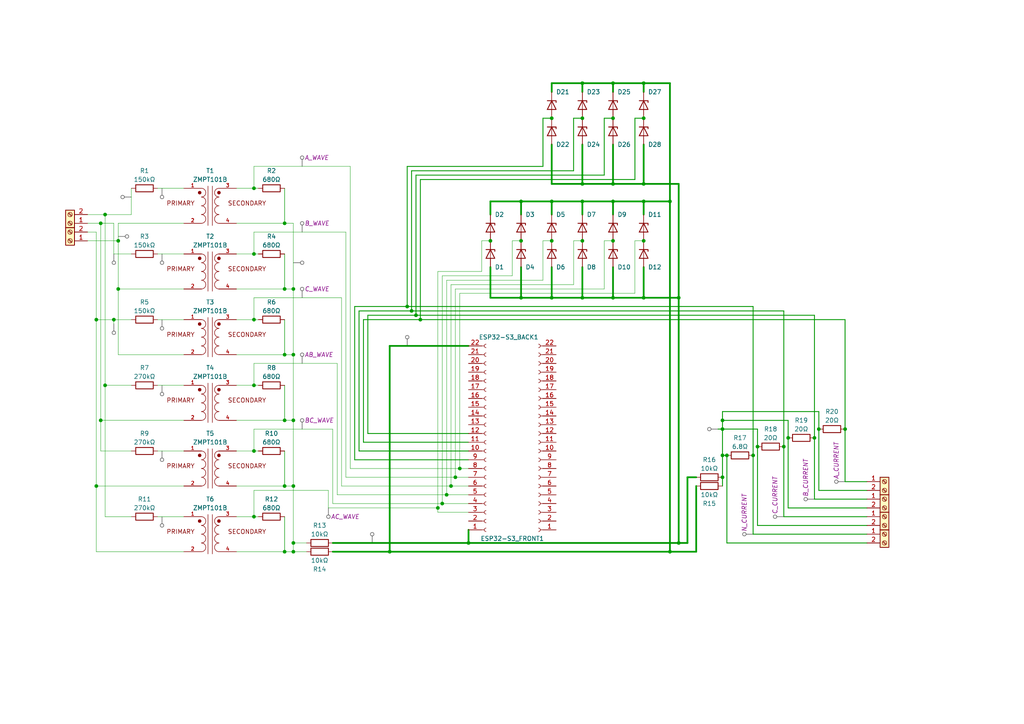
<source format=kicad_sch>
(kicad_sch (version 20230121) (generator eeschema)
  (paper "A4")
  (lib_symbols
    (symbol "Connector:Conn_01x22_Socket" (pin_names (offset 1.016) hide)
      (property "Reference" "J" (at 0 27.94 0))
      (property "Value" "Conn_01x22_Socket" (at 0 -30.48 0))
      (symbol "Conn_01x22_Socket_1_1"
        (arc (start 0 -27.432) (mid -0.5058 -27.94) (end 0 -28.448) (stroke (width 0.1524)))
        (arc (start 0 -24.892) (mid -0.5058 -25.4) (end 0 -25.908) (stroke (width 0.1524)))
        (arc (start 0 -22.352) (mid -0.5058 -22.86) (end 0 -23.368) (stroke (width 0.1524)))
        (arc (start 0 -19.812) (mid -0.5058 -20.32) (end 0 -20.828) (stroke (width 0.1524)))
        (arc (start 0 -17.272) (mid -0.5058 -17.78) (end 0 -18.288) (stroke (width 0.1524)))
        (arc (start 0 -14.732) (mid -0.5058 -15.24) (end 0 -15.748) (stroke (width 0.1524)))
        (arc (start 0 -12.192) (mid -0.5058 -12.7) (end 0 -13.208) (stroke (width 0.1524)))
        (arc (start 0 -9.652) (mid -0.5058 -10.16) (end 0 -10.668) (stroke (width 0.1524)))
        (arc (start 0 -7.112) (mid -0.5058 -7.62) (end 0 -8.128) (stroke (width 0.1524)))
        (arc (start 0 -4.572) (mid -0.5058 -5.08) (end 0 -5.588) (stroke (width 0.1524)))
        (arc (start 0 -2.032) (mid -0.5058 -2.54) (end 0 -3.048) (stroke (width 0.1524)))
        (polyline (pts (xy -1.27 -27.94) (xy -0.508 -27.94)) (stroke (width 0.1524)))
        (polyline (pts (xy -1.27 -25.4) (xy -0.508 -25.4)) (stroke (width 0.1524)))
        (polyline (pts (xy -1.27 -22.86) (xy -0.508 -22.86)) (stroke (width 0.1524)))
        (polyline (pts (xy -1.27 -20.32) (xy -0.508 -20.32)) (stroke (width 0.1524)))
        (polyline (pts (xy -1.27 -17.78) (xy -0.508 -17.78)) (stroke (width 0.1524)))
        (polyline (pts (xy -1.27 -15.24) (xy -0.508 -15.24)) (stroke (width 0.1524)))
        (polyline (pts (xy -1.27 -12.7) (xy -0.508 -12.7)) (stroke (width 0.1524)))
        (polyline (pts (xy -1.27 -10.16) (xy -0.508 -10.16)) (stroke (width 0.1524)))
        (polyline (pts (xy -1.27 -7.62) (xy -0.508 -7.62)) (stroke (width 0.1524)))
        (polyline (pts (xy -1.27 -5.08) (xy -0.508 -5.08)) (stroke (width 0.1524)))
        (polyline (pts (xy -1.27 -2.54) (xy -0.508 -2.54)) (stroke (width 0.1524)))
        (polyline (pts (xy -1.27 0) (xy -0.508 0)) (stroke (width 0.1524)))
        (polyline (pts (xy -1.27 2.54) (xy -0.508 2.54)) (stroke (width 0.1524)))
        (polyline (pts (xy -1.27 5.08) (xy -0.508 5.08)) (stroke (width 0.1524)))
        (polyline (pts (xy -1.27 7.62) (xy -0.508 7.62)) (stroke (width 0.1524)))
        (polyline (pts (xy -1.27 10.16) (xy -0.508 10.16)) (stroke (width 0.1524)))
        (polyline (pts (xy -1.27 12.7) (xy -0.508 12.7)) (stroke (width 0.1524)))
        (polyline (pts (xy -1.27 15.24) (xy -0.508 15.24)) (stroke (width 0.1524)))
        (polyline (pts (xy -1.27 17.78) (xy -0.508 17.78)) (stroke (width 0.1524)))
        (polyline (pts (xy -1.27 20.32) (xy -0.508 20.32)) (stroke (width 0.1524)))
        (polyline (pts (xy -1.27 22.86) (xy -0.508 22.86)) (stroke (width 0.1524)))
        (polyline (pts (xy -1.27 25.4) (xy -0.508 25.4)) (stroke (width 0.1524)))
        (arc (start 0 0.508) (mid -0.5058 0) (end 0 -0.508) (stroke (width 0.1524)))
        (arc (start 0 3.048) (mid -0.5058 2.54) (end 0 2.032) (stroke (width 0.1524)))
        (arc (start 0 5.588) (mid -0.5058 5.08) (end 0 4.572) (stroke (width 0.1524)))
        (arc (start 0 8.128) (mid -0.5058 7.62) (end 0 7.112) (stroke (width 0.1524)))
        (arc (start 0 10.668) (mid -0.5058 10.16) (end 0 9.652) (stroke (width 0.1524)))
        (arc (start 0 13.208) (mid -0.5058 12.7) (end 0 12.192) (stroke (width 0.1524)))
        (arc (start 0 15.748) (mid -0.5058 15.24) (end 0 14.732) (stroke (width 0.1524)))
        (arc (start 0 18.288) (mid -0.5058 17.78) (end 0 17.272) (stroke (width 0.1524)))
        (arc (start 0 20.828) (mid -0.5058 20.32) (end 0 19.812) (stroke (width 0.1524)))
        (arc (start 0 23.368) (mid -0.5058 22.86) (end 0 22.352) (stroke (width 0.1524)))
        (arc (start 0 25.908) (mid -0.5058 25.4) (end 0 24.892) (stroke (width 0.1524)))
        (pin passive line (at -5.08 25.4 0) (length 3.81) (name "Pin_1") (number "1"))
        (pin passive line (at -5.08 2.54 0) (length 3.81) (name "Pin_10") (number "10"))
        (pin passive line (at -5.08 0 0) (length 3.81) (name "Pin_11") (number "11"))
        (pin passive line (at -5.08 -2.54 0) (length 3.81) (name "Pin_12") (number "12"))
        (pin passive line (at -5.08 -5.08 0) (length 3.81) (name "Pin_13") (number "13"))
        (pin passive line (at -5.08 -7.62 0) (length 3.81) (name "Pin_14") (number "14"))
        (pin passive line (at -5.08 -10.16 0) (length 3.81) (name "Pin_15") (number "15"))
        (pin passive line (at -5.08 -12.7 0) (length 3.81) (name "Pin_16") (number "16"))
        (pin passive line (at -5.08 -15.24 0) (length 3.81) (name "Pin_17") (number "17"))
        (pin passive line (at -5.08 -17.78 0) (length 3.81) (name "Pin_18") (number "18"))
        (pin passive line (at -5.08 -20.32 0) (length 3.81) (name "Pin_19") (number "19"))
        (pin passive line (at -5.08 22.86 0) (length 3.81) (name "Pin_2") (number "2"))
        (pin passive line (at -5.08 -22.86 0) (length 3.81) (name "Pin_20") (number "20"))
        (pin passive line (at -5.08 -25.4 0) (length 3.81) (name "Pin_21") (number "21"))
        (pin passive line (at -5.08 -27.94 0) (length 3.81) (name "Pin_22") (number "22"))
        (pin passive line (at -5.08 20.32 0) (length 3.81) (name "Pin_3") (number "3"))
        (pin passive line (at -5.08 17.78 0) (length 3.81) (name "Pin_4") (number "4"))
        (pin passive line (at -5.08 15.24 0) (length 3.81) (name "Pin_5") (number "5"))
        (pin passive line (at -5.08 12.7 0) (length 3.81) (name "Pin_6") (number "6"))
        (pin passive line (at -5.08 10.16 0) (length 3.81) (name "Pin_7") (number "7"))
        (pin passive line (at -5.08 7.62 0) (length 3.81) (name "Pin_8") (number "8"))
        (pin passive line (at -5.08 5.08 0) (length 3.81) (name "Pin_9") (number "9"))
      )
    )
    (symbol "Connector:Screw_Terminal_01x02" (pin_names (offset 1.016) hide)
      (property "Reference" "J" (at 0 2.54 0))
      (property "Value" "Screw_Terminal_01x02" (at 0 -5.08 0))
      (symbol "Screw_Terminal_01x02_1_1"
        (rectangle (start -1.27 1.27) (end 1.27 -3.81) (stroke (width 0.254)) (fill (type background)))
        (circle (center 0 -2.54) (radius 0.635) (stroke (width 0.1524)))
        (polyline (pts (xy -0.5334 -2.2098) (xy 0.3302 -3.048)) (stroke (width 0.1524)))
        (polyline (pts (xy -0.5334 0.3302) (xy 0.3302 -0.508)) (stroke (width 0.1524)))
        (polyline (pts (xy -0.3556 -2.032) (xy 0.508 -2.8702)) (stroke (width 0.1524)))
        (polyline (pts (xy -0.3556 0.508) (xy 0.508 -0.3302)) (stroke (width 0.1524)))
        (circle (center 0 0) (radius 0.635) (stroke (width 0.1524)))
        (pin passive line (at -5.08 0 0) (length 3.81) (name "Pin_1") (number "1"))
        (pin passive line (at -5.08 -2.54 0) (length 3.81) (name "Pin_2") (number "2"))
      )
    )
    (symbol "Device:D_Zener" (pin_numbers hide) (pin_names (offset 1.016) hide)
      (property "Reference" "D" (at 0 2.54 0))
      (property "Value" "D_Zener" (at 0 -2.54 0))
      (symbol "D_Zener_0_1"
        (polyline (pts (xy 1.27 0) (xy -1.27 0)))
        (polyline (pts (xy -1.27 -1.27) (xy -1.27 1.27) (xy -0.762 1.27)) (stroke (width 0.254)))
        (polyline (pts (xy 1.27 -1.27) (xy 1.27 1.27) (xy -1.27 0) (xy 1.27 -1.27)) (stroke (width 0.254)))
      )
      (symbol "D_Zener_1_1"
        (pin passive line (at -3.81 0 0) (length 2.54) (name "K") (number "1"))
        (pin passive line (at 3.81 0 180) (length 2.54) (name "A") (number "2"))
      )
    )
    (symbol "Device:R" (pin_numbers hide) (pin_names (offset 0))
      (property "Reference" "R" (at 2.032 0 90))
      (property "Value" "R" (at 0 0 90))
      (symbol "R_0_1"
        (rectangle (start -1.016 -2.54) (end 1.016 2.54) (stroke (width 0.254)))
      )
      (symbol "R_1_1"
        (pin passive line (at 0 3.81 270) (length 1.27) (name "~") (number "1"))
        (pin passive line (at 0 -3.81 90) (length 1.27) (name "~") (number "2"))
      )
    )
    (symbol "ZMPT101B:ZMPT101B" (pin_names (offset 1.016) hide)
      (property "Reference" "T" (at -5.08 7.62 0))
      (property "Value" "ZMPT101B" (at -5.08 -7.62 0))
      (symbol "ZMPT101B_0_0"
        (circle (center -3.048 3.81) (radius 0.254) (stroke (width 0.508)))
        (arc (start -2.54 -5.08) (mid -1.2755 -3.81) (end -2.54 -2.54) (stroke (width 0.1524)))
        (arc (start -2.54 -2.54) (mid -1.2755 -1.27) (end -2.54 0) (stroke (width 0.1524)))
        (arc (start -2.54 0) (mid -1.2755 1.27) (end -2.54 2.54) (stroke (width 0.1524)))
        (arc (start -2.54 2.54) (mid -1.2755 3.81) (end -2.54 5.08) (stroke (width 0.1524)))
        (polyline (pts (xy -0.635 5.715) (xy -0.635 -5.715)) (stroke (width 0.1524)))
        (polyline (pts (xy 0.635 5.715) (xy 0.635 -5.715)) (stroke (width 0.1524)))
        (arc (start 2.54 -2.54) (mid 1.2755 -3.81) (end 2.54 -5.08) (stroke (width 0.1524)))
        (arc (start 2.54 0) (mid 1.2755 -1.27) (end 2.54 -2.54) (stroke (width 0.1524)))
        (arc (start 2.54 2.54) (mid 1.2755 1.27) (end 2.54 0) (stroke (width 0.1524)))
        (circle (center 2.54 3.81) (radius 0.254) (stroke (width 0.508)))
        (arc (start 2.54 5.08) (mid 1.2755 3.81) (end 2.54 2.54) (stroke (width 0.1524)))
        (text "PRIMARY" (at -12.7 0 0) (effects (font (size 1.27 1.27)) (justify left bottom)))
        (text "SECONDARY" (at 5.08 0 0) (effects (font (size 1.27 1.27)) (justify left bottom)))
        (pin passive line (at -7.62 5.08 0) (length 5.08) (name "~") (number "1"))
        (pin passive line (at -7.62 -5.08 0) (length 5.08) (name "~") (number "2"))
        (pin passive line (at 7.62 5.08 180) (length 5.08) (name "~") (number "3"))
        (pin passive line (at 7.62 -5.08 180) (length 5.08) (name "~") (number "4"))
      )
    )
  )
  (junction (at 227.33 129.54))
  (junction (at 209.55 132.08))
  (junction (at 130.81 140.97))
  (junction (at 228.6 127))
  (junction (at 177.8 34.29))
  (junction (at 132.08 138.43))
  (junction (at 34.29 69.85))
  (junction (at 209.55 138.43))
  (junction (at 142.24 69.85))
  (junction (at 29.21 121.92))
  (junction (at 73.66 111.76))
  (junction (at 168.91 34.29))
  (junction (at 177.8 53.34))
  (junction (at 82.55 102.87))
  (junction (at 168.91 69.85))
  (junction (at 128.27 146.05))
  (junction (at 186.69 86.36))
  (junction (at 82.55 121.92))
  (junction (at 186.69 34.29))
  (junction (at 209.55 124.46))
  (junction (at 186.69 24.13))
  (junction (at 186.69 69.85))
  (junction (at 151.13 58.42))
  (junction (at 177.8 86.36))
  (junction (at 85.09 121.92))
  (junction (at 177.8 24.13))
  (junction (at 194.31 160.02))
  (junction (at 85.09 140.97))
  (junction (at 85.09 83.82))
  (junction (at 168.91 58.42))
  (junction (at 218.44 132.08))
  (junction (at 27.94 92.71))
  (junction (at 85.09 160.02))
  (junction (at 33.02 92.71))
  (junction (at 29.21 64.77))
  (junction (at 151.13 69.85))
  (junction (at 121.92 92.71))
  (junction (at 85.09 102.87))
  (junction (at 82.55 83.82))
  (junction (at 135.89 157.48))
  (junction (at 177.8 69.85))
  (junction (at 160.02 34.29))
  (junction (at 160.02 58.42))
  (junction (at 245.11 124.46))
  (junction (at 73.66 92.71))
  (junction (at 73.66 149.86))
  (junction (at 73.66 54.61))
  (junction (at 73.66 130.81))
  (junction (at 168.91 86.36))
  (junction (at 82.55 140.97))
  (junction (at 186.69 53.34))
  (junction (at 160.02 69.85))
  (junction (at 27.94 140.97))
  (junction (at 113.03 160.02))
  (junction (at 119.38 90.17))
  (junction (at 210.82 132.08))
  (junction (at 118.11 88.9))
  (junction (at 186.69 58.42))
  (junction (at 34.29 83.82))
  (junction (at 177.8 58.42))
  (junction (at 196.85 86.36))
  (junction (at 168.91 24.13))
  (junction (at 129.54 143.51))
  (junction (at 30.48 62.23))
  (junction (at 30.48 111.76))
  (junction (at 209.55 121.92))
  (junction (at 219.71 129.54))
  (junction (at 85.09 157.48))
  (junction (at 82.55 64.77))
  (junction (at 160.02 86.36))
  (junction (at 82.55 160.02))
  (junction (at 127 147.32))
  (junction (at 196.85 157.48))
  (junction (at 236.22 127))
  (junction (at 237.49 124.46))
  (junction (at 133.35 135.89))
  (junction (at 151.13 86.36))
  (junction (at 168.91 53.34))
  (junction (at 194.31 58.42))
  (junction (at 120.65 91.44))
  (junction (at 73.66 73.66))
  (wire (pts (xy 68.58 149.86) (xy 73.66 149.86)) (stroke (width 0.1)))
  (wire (pts (xy 218.44 88.9) (xy 118.11 88.9)) (stroke (width 0.25)))
  (wire (pts (xy 120.65 50.8) (xy 175.26 50.8)) (stroke (width 0.25)))
  (wire (pts (xy 82.55 149.86) (xy 82.55 160.02)))
  (wire (pts (xy 119.38 90.17) (xy 104.14 90.17)) (stroke (width 0.25)))
  (wire (pts (xy 68.58 160.02) (xy 82.55 160.02)) (stroke (width 0.1)))
  (wire (pts (xy 184.15 85.09) (xy 184.15 69.85)) (stroke (width 0.1)))
  (wire (pts (xy 228.6 121.92) (xy 228.6 127)) (stroke (width 0.25)))
  (wire (pts (xy 237.49 124.46) (xy 237.49 142.24)) (stroke (width 0.25)))
  (wire (pts (xy 34.29 102.87) (xy 53.34 102.87)) (stroke (width 0.1)))
  (wire (pts (xy 148.59 69.85) (xy 151.13 69.85)) (stroke (width 0.1)))
  (wire (pts (xy 186.69 24.13) (xy 177.8 24.13)) (stroke (width 0.5)))
  (wire (pts (xy 73.66 67.31) (xy 100.33 67.31)) (stroke (width 0.1)))
  (wire (pts (xy 29.21 64.77) (xy 29.21 121.92)) (stroke (width 0.1)))
  (wire (pts (xy 139.7 69.85) (xy 142.24 69.85)) (stroke (width 0.1)))
  (wire (pts (xy 85.09 121.92) (xy 82.55 121.92)) (stroke (width 0.1)))
  (wire (pts (xy 168.91 58.42) (xy 168.91 62.23)) (stroke (width 0.5)))
  (wire (pts (xy 100.33 138.43) (xy 100.33 67.31)) (stroke (width 0.1)))
  (wire (pts (xy 34.29 64.77) (xy 34.29 69.85)) (stroke (width 0.1)))
  (wire (pts (xy 128.27 146.05) (xy 96.52 146.05)) (stroke (width 0.1)))
  (wire (pts (xy 168.91 24.13) (xy 160.02 24.13)) (stroke (width 0.5)))
  (wire (pts (xy 209.55 138.43) (xy 209.55 132.08)) (stroke (width 0.25)))
  (wire (pts (xy 68.58 130.81) (xy 73.66 130.81)) (stroke (width 0.1)))
  (wire (pts (xy 157.48 34.29) (xy 160.02 34.29)) (stroke (width 0.25)))
  (wire (pts (xy 177.8 86.36) (xy 177.8 77.47)) (stroke (width 0.5)))
  (wire (pts (xy 186.69 86.36) (xy 186.69 77.47)) (stroke (width 0.5)))
  (wire (pts (xy 199.39 138.43) (xy 201.93 138.43)) (stroke (width 0.5)))
  (wire (pts (xy 127 148.59) (xy 135.89 148.59)) (stroke (width 0.1)))
  (wire (pts (xy 128.27 146.05) (xy 128.27 80.01)) (stroke (width 0.1)))
  (wire (pts (xy 227.33 149.86) (xy 251.46 149.86)) (stroke (width 0.25)))
  (wire (pts (xy 127 78.74) (xy 139.7 78.74)) (stroke (width 0.1)))
  (wire (pts (xy 68.58 111.76) (xy 73.66 111.76)) (stroke (width 0.1)))
  (wire (pts (xy 135.89 140.97) (xy 130.81 140.97)) (stroke (width 0.1)))
  (wire (pts (xy 194.31 24.13) (xy 194.31 58.42)) (stroke (width 0.5)))
  (wire (pts (xy 33.02 73.66) (xy 38.1 73.66)) (stroke (width 0.1)))
  (wire (pts (xy 132.08 83.82) (xy 175.26 83.82)) (stroke (width 0.1)))
  (wire (pts (xy 119.38 90.17) (xy 119.38 49.53)) (stroke (width 0.25)))
  (wire (pts (xy 95.25 142.24) (xy 95.25 147.32)) (stroke (width 0.1)))
  (wire (pts (xy 113.03 160.02) (xy 194.31 160.02)) (stroke (width 0.5)))
  (wire (pts (xy 120.65 91.44) (xy 236.22 91.44)) (stroke (width 0.25)))
  (wire (pts (xy 209.55 121.92) (xy 209.55 119.38)) (stroke (width 0.25)))
  (wire (pts (xy 96.52 157.48) (xy 135.89 157.48)) (stroke (width 0.5)))
  (wire (pts (xy 27.94 92.71) (xy 27.94 140.97)) (stroke (width 0.1)))
  (wire (pts (xy 82.55 140.97) (xy 68.58 140.97)) (stroke (width 0.1)))
  (wire (pts (xy 105.41 92.71) (xy 121.92 92.71)) (stroke (width 0.25)))
  (wire (pts (xy 102.87 133.35) (xy 135.89 133.35)) (stroke (width 0.25)))
  (wire (pts (xy 121.92 92.71) (xy 245.11 92.71)) (stroke (width 0.25)))
  (wire (pts (xy 168.91 53.34) (xy 168.91 41.91)) (stroke (width 0.5)))
  (wire (pts (xy 85.09 64.77) (xy 85.09 83.82)) (stroke (width 0.1)))
  (wire (pts (xy 118.11 88.9) (xy 118.11 48.26)) (stroke (width 0.25)))
  (wire (pts (xy 218.44 88.9) (xy 218.44 132.08)) (stroke (width 0.25)))
  (wire (pts (xy 73.66 142.24) (xy 73.66 149.86)) (stroke (width 0.1)))
  (wire (pts (xy 45.72 92.71) (xy 53.34 92.71)) (stroke (width 0.1)))
  (wire (pts (xy 120.65 91.44) (xy 106.68 91.44)) (stroke (width 0.25)))
  (wire (pts (xy 85.09 121.92) (xy 85.09 140.97)) (stroke (width 0.1)))
  (wire (pts (xy 30.48 62.23) (xy 38.1 62.23)) (stroke (width 0.1)))
  (wire (pts (xy 236.22 144.78) (xy 251.46 144.78)) (stroke (width 0.25)))
  (wire (pts (xy 45.72 111.76) (xy 53.34 111.76)) (stroke (width 0.1)))
  (wire (pts (xy 118.11 88.9) (xy 102.87 88.9)) (stroke (width 0.25)))
  (wire (pts (xy 82.55 83.82) (xy 68.58 83.82)) (stroke (width 0.1)))
  (wire (pts (xy 88.9 157.48) (xy 85.09 157.48)) (stroke (width 0.1)))
  (wire (pts (xy 236.22 91.44) (xy 236.22 127)) (stroke (width 0.25)))
  (wire (pts (xy 133.35 85.09) (xy 184.15 85.09)) (stroke (width 0.1)))
  (wire (pts (xy 34.29 83.82) (xy 53.34 83.82)) (stroke (width 0.1)))
  (wire (pts (xy 88.9 160.02) (xy 85.09 160.02)) (stroke (width 0.1)))
  (wire (pts (xy 186.69 53.34) (xy 186.69 41.91)) (stroke (width 0.5)))
  (wire (pts (xy 186.69 58.42) (xy 186.69 62.23)) (stroke (width 0.5)))
  (wire (pts (xy 82.55 64.77) (xy 68.58 64.77)) (stroke (width 0.1)))
  (wire (pts (xy 128.27 80.01) (xy 148.59 80.01)) (stroke (width 0.1)))
  (wire (pts (xy 196.85 53.34) (xy 196.85 86.36)) (stroke (width 0.5)))
  (wire (pts (xy 209.55 124.46) (xy 209.55 121.92)) (stroke (width 0.25)))
  (wire (pts (xy 73.66 48.26) (xy 101.6 48.26)) (stroke (width 0.1)))
  (wire (pts (xy 177.8 58.42) (xy 177.8 62.23)) (stroke (width 0.5)))
  (wire (pts (xy 30.48 111.76) (xy 30.48 149.86)) (stroke (width 0.1)))
  (wire (pts (xy 85.09 102.87) (xy 85.09 121.92)) (stroke (width 0.1)))
  (wire (pts (xy 73.66 67.31) (xy 73.66 73.66)) (stroke (width 0.1)))
  (wire (pts (xy 186.69 53.34) (xy 196.85 53.34)) (stroke (width 0.5)))
  (wire (pts (xy 132.08 138.43) (xy 100.33 138.43)) (stroke (width 0.1)))
  (wire (pts (xy 139.7 78.74) (xy 139.7 69.85)) (stroke (width 0.1)))
  (wire (pts (xy 34.29 64.77) (xy 53.34 64.77)) (stroke (width 0.1)))
  (wire (pts (xy 133.35 135.89) (xy 135.89 135.89)) (stroke (width 0.1)))
  (wire (pts (xy 73.66 105.41) (xy 97.79 105.41)) (stroke (width 0.1)))
  (wire (pts (xy 45.72 149.86) (xy 53.34 149.86)) (stroke (width 0.1)))
  (wire (pts (xy 106.68 125.73) (xy 135.89 125.73)) (stroke (width 0.25)))
  (wire (pts (xy 160.02 58.42) (xy 160.02 62.23)) (stroke (width 0.5)))
  (wire (pts (xy 168.91 58.42) (xy 177.8 58.42)) (stroke (width 0.5)))
  (wire (pts (xy 129.54 81.28) (xy 157.48 81.28)) (stroke (width 0.1)))
  (wire (pts (xy 73.66 48.26) (xy 73.66 54.61)) (stroke (width 0.1)))
  (wire (pts (xy 73.66 86.36) (xy 99.06 86.36)) (stroke (width 0.1)))
  (wire (pts (xy 33.02 93.98) (xy 33.02 92.71)) (stroke (width 0.1)))
  (wire (pts (xy 73.66 105.41) (xy 73.66 111.76)) (stroke (width 0.1)))
  (wire (pts (xy 166.37 82.55) (xy 166.37 69.85)) (stroke (width 0.1)))
  (wire (pts (xy 177.8 53.34) (xy 168.91 53.34)) (stroke (width 0.5)))
  (wire (pts (xy 82.55 92.71) (xy 82.55 102.87)))
  (wire (pts (xy 130.81 140.97) (xy 99.06 140.97)) (stroke (width 0.1)))
  (wire (pts (xy 166.37 34.29) (xy 168.91 34.29)) (stroke (width 0.25)))
  (wire (pts (xy 151.13 58.42) (xy 160.02 58.42)) (stroke (width 0.5)))
  (wire (pts (xy 129.54 143.51) (xy 129.54 81.28)) (stroke (width 0.1)))
  (wire (pts (xy 130.81 82.55) (xy 166.37 82.55)) (stroke (width 0.1)))
  (wire (pts (xy 208.28 124.46) (xy 209.55 124.46)) (stroke (width 0.25)))
  (wire (pts (xy 209.55 132.08) (xy 209.55 124.46)) (stroke (width 0.25)))
  (wire (pts (xy 30.48 62.23) (xy 30.48 111.76)) (stroke (width 0.1)))
  (wire (pts (xy 105.41 128.27) (xy 135.89 128.27)) (stroke (width 0.25)))
  (wire (pts (xy 245.11 124.46) (xy 245.11 139.7)) (stroke (width 0.25)))
  (wire (pts (xy 73.66 124.46) (xy 96.52 124.46)) (stroke (width 0.1)))
  (wire (pts (xy 196.85 86.36) (xy 196.85 157.48)) (stroke (width 0.5)))
  (wire (pts (xy 120.65 91.44) (xy 120.65 50.8)) (stroke (width 0.25)))
  (wire (pts (xy 132.08 138.43) (xy 132.08 83.82)) (stroke (width 0.1)))
  (wire (pts (xy 209.55 124.46) (xy 219.71 124.46)) (stroke (width 0.25)))
  (wire (pts (xy 142.24 86.36) (xy 151.13 86.36)) (stroke (width 0.5)))
  (wire (pts (xy 218.44 154.94) (xy 251.46 154.94)) (stroke (width 0.25)))
  (wire (pts (xy 85.09 83.82) (xy 82.55 83.82)) (stroke (width 0.1)))
  (wire (pts (xy 177.8 41.91) (xy 177.8 53.34)) (stroke (width 0.5)))
  (wire (pts (xy 73.66 92.71) (xy 74.93 92.71)) (stroke (width 0.1)))
  (wire (pts (xy 27.94 92.71) (xy 33.02 92.71)) (stroke (width 0.1)))
  (wire (pts (xy 27.94 160.02) (xy 53.34 160.02)) (stroke (width 0.1)))
  (wire (pts (xy 85.09 157.48) (xy 85.09 160.02)) (stroke (width 0.1)))
  (wire (pts (xy 168.91 24.13) (xy 168.91 26.67)) (stroke (width 0.5)))
  (wire (pts (xy 25.4 64.77) (xy 29.21 64.77)) (stroke (width 0.1)))
  (wire (pts (xy 175.26 69.85) (xy 177.8 69.85)) (stroke (width 0.1)))
  (wire (pts (xy 157.48 48.26) (xy 157.48 34.29)) (stroke (width 0.25)))
  (wire (pts (xy 196.85 157.48) (xy 199.39 157.48)) (stroke (width 0.5)))
  (wire (pts (xy 105.41 92.71) (xy 105.41 128.27)) (stroke (width 0.25)))
  (wire (pts (xy 127 147.32) (xy 127 148.59)) (stroke (width 0.1)))
  (wire (pts (xy 196.85 86.36) (xy 186.69 86.36)) (stroke (width 0.5)))
  (wire (pts (xy 175.26 34.29) (xy 177.8 34.29)) (stroke (width 0.25)))
  (wire (pts (xy 227.33 90.17) (xy 119.38 90.17)) (stroke (width 0.25)))
  (wire (pts (xy 85.09 64.77) (xy 82.55 64.77)) (stroke (width 0.1)))
  (wire (pts (xy 219.71 129.54) (xy 219.71 152.4)) (stroke (width 0.25)))
  (wire (pts (xy 177.8 24.13) (xy 177.8 26.67)) (stroke (width 0.5)))
  (wire (pts (xy 157.48 69.85) (xy 160.02 69.85)) (stroke (width 0.1)))
  (wire (pts (xy 29.21 121.92) (xy 29.21 130.81)) (stroke (width 0.1)))
  (wire (pts (xy 118.11 48.26) (xy 157.48 48.26)) (stroke (width 0.25)))
  (wire (pts (xy 184.15 34.29) (xy 186.69 34.29)) (stroke (width 0.25)))
  (wire (pts (xy 129.54 143.51) (xy 97.79 143.51)) (stroke (width 0.1)))
  (wire (pts (xy 96.52 160.02) (xy 113.03 160.02)) (stroke (width 0.5)))
  (wire (pts (xy 104.14 130.81) (xy 135.89 130.81)) (stroke (width 0.25)))
  (wire (pts (xy 186.69 58.42) (xy 194.31 58.42)) (stroke (width 0.5)))
  (wire (pts (xy 104.14 90.17) (xy 104.14 130.81)) (stroke (width 0.25)))
  (wire (pts (xy 101.6 135.89) (xy 133.35 135.89)) (stroke (width 0.1)))
  (wire (pts (xy 209.55 140.97) (xy 209.55 138.43)) (stroke (width 0.25)))
  (wire (pts (xy 30.48 149.86) (xy 38.1 149.86)) (stroke (width 0.1)))
  (wire (pts (xy 85.09 102.87) (xy 82.55 102.87)) (stroke (width 0.1)))
  (wire (pts (xy 218.44 154.94) (xy 218.44 132.08)) (stroke (width 0.25)))
  (wire (pts (xy 82.55 102.87) (xy 68.58 102.87)) (stroke (width 0.1)))
  (wire (pts (xy 151.13 58.42) (xy 151.13 62.23)) (stroke (width 0.5)))
  (wire (pts (xy 68.58 92.71) (xy 73.66 92.71)) (stroke (width 0.1)))
  (wire (pts (xy 73.66 130.81) (xy 74.93 130.81)) (stroke (width 0.1)))
  (wire (pts (xy 127 147.32) (xy 127 78.74)) (stroke (width 0.1)))
  (wire (pts (xy 113.03 100.33) (xy 113.03 160.02)) (stroke (width 0.5)))
  (wire (pts (xy 85.09 83.82) (xy 85.09 102.87)) (stroke (width 0.1)))
  (wire (pts (xy 82.55 73.66) (xy 82.55 83.82)))
  (wire (pts (xy 210.82 132.08) (xy 210.82 157.48)) (stroke (width 0.25)))
  (wire (pts (xy 160.02 41.91) (xy 160.02 53.34)) (stroke (width 0.5)))
  (wire (pts (xy 142.24 58.42) (xy 151.13 58.42)) (stroke (width 0.5)))
  (wire (pts (xy 29.21 64.77) (xy 33.02 64.77)) (stroke (width 0.1)))
  (wire (pts (xy 237.49 142.24) (xy 251.46 142.24)) (stroke (width 0.25)))
  (wire (pts (xy 194.31 24.13) (xy 186.69 24.13)) (stroke (width 0.5)))
  (wire (pts (xy 95.25 147.32) (xy 127 147.32)) (stroke (width 0.1)))
  (wire (pts (xy 237.49 119.38) (xy 237.49 124.46)) (stroke (width 0.25)))
  (wire (pts (xy 160.02 86.36) (xy 168.91 86.36)) (stroke (width 0.5)))
  (wire (pts (xy 135.89 153.67) (xy 135.89 157.48)) (stroke (width 0.5)))
  (wire (pts (xy 142.24 58.42) (xy 142.24 62.23)) (stroke (width 0.5)))
  (wire (pts (xy 45.72 73.66) (xy 53.34 73.66)) (stroke (width 0.1)))
  (wire (pts (xy 27.94 92.71) (xy 27.94 67.31)) (stroke (width 0.1)))
  (wire (pts (xy 236.22 127) (xy 236.22 144.78)) (stroke (width 0.25)))
  (wire (pts (xy 227.33 90.17) (xy 227.33 129.54)) (stroke (width 0.25)))
  (wire (pts (xy 151.13 86.36) (xy 160.02 86.36)) (stroke (width 0.5)))
  (wire (pts (xy 135.89 143.51) (xy 129.54 143.51)) (stroke (width 0.1)))
  (wire (pts (xy 25.4 69.85) (xy 34.29 69.85)) (stroke (width 0.1)))
  (wire (pts (xy 82.55 160.02) (xy 85.09 160.02)) (stroke (width 0.1)))
  (wire (pts (xy 194.31 58.42) (xy 194.31 160.02)) (stroke (width 0.5)))
  (wire (pts (xy 25.4 62.23) (xy 30.48 62.23)) (stroke (width 0.1)))
  (wire (pts (xy 29.21 121.92) (xy 53.34 121.92)) (stroke (width 0.1)))
  (wire (pts (xy 148.59 80.01) (xy 148.59 69.85)) (stroke (width 0.1)))
  (wire (pts (xy 168.91 86.36) (xy 177.8 86.36)) (stroke (width 0.5)))
  (wire (pts (xy 133.35 135.89) (xy 133.35 85.09)) (stroke (width 0.1)))
  (wire (pts (xy 177.8 24.13) (xy 168.91 24.13)) (stroke (width 0.5)))
  (wire (pts (xy 186.69 24.13) (xy 186.69 26.67)) (stroke (width 0.5)))
  (wire (pts (xy 97.79 143.51) (xy 97.79 105.41)) (stroke (width 0.1)))
  (wire (pts (xy 119.38 49.53) (xy 166.37 49.53)) (stroke (width 0.25)))
  (wire (pts (xy 73.66 86.36) (xy 73.66 92.71)) (stroke (width 0.1)))
  (wire (pts (xy 160.02 86.36) (xy 160.02 77.47)) (stroke (width 0.5)))
  (wire (pts (xy 210.82 157.48) (xy 251.46 157.48)) (stroke (width 0.25)))
  (wire (pts (xy 29.21 130.81) (xy 38.1 130.81)) (stroke (width 0.1)))
  (wire (pts (xy 82.55 121.92) (xy 68.58 121.92)) (stroke (width 0.1)))
  (wire (pts (xy 168.91 53.34) (xy 160.02 53.34)) (stroke (width 0.5)))
  (wire (pts (xy 68.58 73.66) (xy 73.66 73.66)) (stroke (width 0.1)))
  (wire (pts (xy 245.11 139.7) (xy 251.46 139.7)) (stroke (width 0.25)))
  (wire (pts (xy 121.92 52.07) (xy 121.92 92.71)) (stroke (width 0.25)))
  (wire (pts (xy 142.24 86.36) (xy 142.24 77.47)) (stroke (width 0.5)))
  (wire (pts (xy 99.06 140.97) (xy 99.06 86.36)) (stroke (width 0.1)))
  (wire (pts (xy 85.09 140.97) (xy 82.55 140.97)) (stroke (width 0.1)))
  (wire (pts (xy 85.09 140.97) (xy 85.09 157.48)) (stroke (width 0.1)))
  (wire (pts (xy 177.8 86.36) (xy 186.69 86.36)) (stroke (width 0.5)))
  (wire (pts (xy 73.66 124.46) (xy 73.66 130.81)) (stroke (width 0.1)))
  (wire (pts (xy 227.33 129.54) (xy 227.33 149.86)) (stroke (width 0.25)))
  (wire (pts (xy 228.6 127) (xy 228.6 147.32)) (stroke (width 0.25)))
  (wire (pts (xy 68.58 54.61) (xy 73.66 54.61)) (stroke (width 0.1)))
  (wire (pts (xy 199.39 138.43) (xy 199.39 157.48)) (stroke (width 0.5)))
  (wire (pts (xy 45.72 54.61) (xy 53.34 54.61)) (stroke (width 0.1)))
  (wire (pts (xy 186.69 53.34) (xy 177.8 53.34)) (stroke (width 0.5)))
  (wire (pts (xy 228.6 147.32) (xy 251.46 147.32)) (stroke (width 0.25)))
  (wire (pts (xy 73.66 149.86) (xy 74.93 149.86)) (stroke (width 0.1)))
  (wire (pts (xy 102.87 88.9) (xy 102.87 133.35)) (stroke (width 0.25)))
  (wire (pts (xy 130.81 140.97) (xy 130.81 82.55)) (stroke (width 0.1)))
  (wire (pts (xy 184.15 52.07) (xy 184.15 34.29)) (stroke (width 0.25)))
  (wire (pts (xy 135.89 157.48) (xy 196.85 157.48)) (stroke (width 0.5)))
  (wire (pts (xy 27.94 67.31) (xy 25.4 67.31)) (stroke (width 0.1)))
  (wire (pts (xy 95.25 142.24) (xy 73.66 142.24)) (stroke (width 0.1)))
  (wire (pts (xy 135.89 138.43) (xy 132.08 138.43)) (stroke (width 0.1)))
  (wire (pts (xy 73.66 111.76) (xy 74.93 111.76)) (stroke (width 0.1)))
  (wire (pts (xy 45.72 130.81) (xy 53.34 130.81)) (stroke (width 0.1)))
  (wire (pts (xy 73.66 54.61) (xy 74.93 54.61)) (stroke (width 0.1)))
  (wire (pts (xy 135.89 146.05) (xy 128.27 146.05)) (stroke (width 0.1)))
  (wire (pts (xy 201.93 140.97) (xy 201.93 160.02)) (stroke (width 0.5)))
  (wire (pts (xy 27.94 140.97) (xy 27.94 160.02)) (stroke (width 0.1)))
  (wire (pts (xy 34.29 69.85) (xy 34.29 83.82)) (stroke (width 0.1)))
  (wire (pts (xy 27.94 140.97) (xy 53.34 140.97)) (stroke (width 0.1)))
  (wire (pts (xy 157.48 81.28) (xy 157.48 69.85)) (stroke (width 0.1)))
  (wire (pts (xy 82.55 54.61) (xy 82.55 64.77)))
  (wire (pts (xy 73.66 73.66) (xy 74.93 73.66)) (stroke (width 0.1)))
  (wire (pts (xy 33.02 92.71) (xy 38.1 92.71)) (stroke (width 0.1)))
  (wire (pts (xy 166.37 69.85) (xy 168.91 69.85)) (stroke (width 0.1)))
  (wire (pts (xy 166.37 49.53) (xy 166.37 34.29)) (stroke (width 0.25)))
  (wire (pts (xy 33.02 64.77) (xy 33.02 73.66)) (stroke (width 0.1)))
  (wire (pts (xy 121.92 52.07) (xy 184.15 52.07)) (stroke (width 0.25)))
  (wire (pts (xy 209.55 119.38) (xy 237.49 119.38)) (stroke (width 0.25)))
  (wire (pts (xy 175.26 83.82) (xy 175.26 69.85)) (stroke (width 0.1)))
  (wire (pts (xy 38.1 62.23) (xy 38.1 54.61)) (stroke (width 0.1)))
  (wire (pts (xy 175.26 50.8) (xy 175.26 34.29)) (stroke (width 0.25)))
  (wire (pts (xy 113.03 100.33) (xy 135.89 100.33)) (stroke (width 0.5)))
  (wire (pts (xy 209.55 121.92) (xy 228.6 121.92)) (stroke (width 0.25)))
  (wire (pts (xy 168.91 86.36) (xy 168.91 77.47)) (stroke (width 0.5)))
  (wire (pts (xy 82.55 130.81) (xy 82.55 140.97)))
  (wire (pts (xy 194.31 160.02) (xy 201.93 160.02)) (stroke (width 0.5)))
  (wire (pts (xy 209.55 132.08) (xy 210.82 132.08)) (stroke (width 0.25)))
  (wire (pts (xy 245.11 92.71) (xy 245.11 124.46)) (stroke (width 0.25)))
  (wire (pts (xy 160.02 58.42) (xy 168.91 58.42)) (stroke (width 0.5)))
  (wire (pts (xy 219.71 124.46) (xy 219.71 129.54)) (stroke (width 0.25)))
  (wire (pts (xy 82.55 111.76) (xy 82.55 121.92)))
  (wire (pts (xy 160.02 24.13) (xy 160.02 26.67)) (stroke (width 0.5)))
  (wire (pts (xy 177.8 58.42) (xy 186.69 58.42)) (stroke (width 0.5)))
  (wire (pts (xy 101.6 48.26) (xy 101.6 135.89)) (stroke (width 0.1)))
  (wire (pts (xy 151.13 86.36) (xy 151.13 77.47)) (stroke (width 0.5)))
  (wire (pts (xy 34.29 102.87) (xy 34.29 83.82)) (stroke (width 0.1)))
  (wire (pts (xy 30.48 111.76) (xy 38.1 111.76)) (stroke (width 0.1)))
  (wire (pts (xy 184.15 69.85) (xy 186.69 69.85)) (stroke (width 0.1)))
  (wire (pts (xy 219.71 152.4) (xy 251.46 152.4)) (stroke (width 0.25)))
  (wire (pts (xy 96.52 146.05) (xy 96.52 124.46)) (stroke (width 0.1)))
  (wire (pts (xy 106.68 91.44) (xy 106.68 125.73)) (stroke (width 0.25)))
  (netclass_flag "" (length 2.54) (shape round) (at 245.11 139.7 90) (property "Netclass" "A_CURRENT" (at 242.57 139.0015 90) (effects (font italic) (justify left))))
  (netclass_flag "" (length 2.54) (shape round) (at 46.99 149.86 180) (property "Netclass" "T6_IN" (effects hide)))
  (netclass_flag "" (length 2.54) (shape round) (at 87.63 48.26 0) (property "Netclass" "A_WAVE" (at 88.3285 45.72 0) (effects (font italic) (justify left))))
  (netclass_flag "" (length 2.54) (shape round) (at 46.99 54.61 180) (property "Netclass" "T1_LINE_IN" (effects hide)))
  (netclass_flag "" (length 2.54) (shape round) (at 107.95 157.48 0) (property "Netclass" "GND" (effects hide)))
  (netclass_flag "" (length 2.54) (shape round) (at 33.02 93.98 180) (property "Netclass" "C_LINE" (effects hide)))
  (netclass_flag "" (length 2.54) (shape round) (at 87.63 105.41 0) (property "Netclass" "AB_WAVE" (at 88.3285 102.87 0) (effects (font italic) (justify left))))
  (netclass_flag "" (length 2.54) (shape round) (at 46.99 92.71 180) (property "Netclass" "T3_LINE_IN" (effects hide)))
  (netclass_flag "" (length 2.54) (shape round) (at 208.28 124.46 90) (property "Netclass" "V_REF_C" (effects hide)))
  (netclass_flag "" (length 2.54) (shape round) (at 87.63 67.31 0) (property "Netclass" "B_WAVE" (at 88.3285 64.77 0) (effects (font italic) (justify left))))
  (netclass_flag "" (length 2.54) (shape round) (at 87.63 86.36 0) (property "Netclass" "C_WAVE" (at 88.3285 83.82 0) (effects (font italic) (justify left))))
  (netclass_flag "" (length 2.54) (shape round) (at 38.1 57.15 90) (property "Netclass" "A_LINE" (effects hide)))
  (netclass_flag "" (length 2.54) (shape round) (at 46.99 130.81 180) (property "Netclass" "T5_IN" (effects hide)))
  (netclass_flag "" (length 2.54) (shape round) (at 46.99 73.66 180) (property "Netclass" "T2_LINE_IN" (effects hide)))
  (netclass_flag "" (length 2.54) (shape round) (at 227.33 149.86 90) (property "Netclass" "C_CURRENT" (at 224.79 149.1615 90) (effects (font italic) (justify left))))
  (netclass_flag "" (length 2.54) (shape round) (at 46.99 111.76 180) (property "Netclass" "T4_IN" (effects hide)))
  (netclass_flag "" (length 2.54) (shape round) (at 85.09 76.2 270) (property "Netclass" "V_REF_V" (effects hide)))
  (netclass_flag "" (length 2.54) (shape round) (at 236.22 144.78 90) (property "Netclass" "B_CURRENT" (at 233.68 144.0815 90) (effects (font italic) (justify left))))
  (netclass_flag "" (length 2.54) (shape round) (at 218.44 154.94 90) (property "Netclass" "N_CURRENT" (at 215.9 154.2415 90) (effects (font italic) (justify left))))
  (netclass_flag "" (length 2.54) (shape round) (at 87.63 124.46 0) (property "Netclass" "BC_WAVE" (at 88.3285 121.92 0) (effects (font italic) (justify left))))
  (netclass_flag "" (length 2.54) (shape round) (at 34.29 68.58 270) (property "Netclass" "NEUTRAL" (effects hide)))
  (netclass_flag "" (length 2.54) (shape round) (at 33.02 73.66 180) (property "Netclass" "B_LINE" (effects hide)))
  (netclass_flag "" (length 2.54) (shape round) (at 118.11 100.33 0) (property "Netclass" "VCC" (effects hide)))
  (netclass_flag "" (length 2.54) (shape round) (at 95.25 147.32 180) (property "Netclass" "AC_WAVE" (at 95.9485 149.86 0) (effects (font italic) (justify left))))
  (symbol (lib_id "Device:R") (at 78.74 54.61 90) (unit 1)
    (property "Reference" "R2" (at 78.74 49.53 90))
    (property "Value" "680Ω" (at 78.74 52.07 90))
    (property "Footprint" "Resistor_THT:R_Axial_DIN0207_L6.3mm_D2.5mm_P10.16mm_Horizontal" (effects hide))
  )
  (symbol (lib_id "ZMPT101B:ZMPT101B") (at 60.96 59.69 0) (unit 1)
    (property "Reference" "T1" (at 60.96 49.53 0))
    (property "Value" "ZMPT101B" (at 60.96 52.07 0))
    (property "Footprint" "SnapEDA Library:XFMR_ZMPT101B" (effects hide))
    (property "PARTREV" "NA" (effects hide))
    (property "STANDARD" "Manufacturer Recommendations" (effects hide))
    (property "MAXIMUM_PACKAGE_HEIGHT" "18.8mm" (effects hide))
    (property "MANUFACTURER" "Qingxian Zeming Langxi Electronic" (effects hide))
  )
  (symbol (lib_id "Device:D_Zener") (at 186.69 30.48 270) (unit 1)
    (property "Reference" "D27" (at 187.96 26.67 90) (effects (justify left)))
    (property "Value" "3.3v" (effects hide))
    (property "Footprint" "Diode_THT:D_DO-34_SOD68_P7.62mm_Horizontal" (effects hide))
  )
  (symbol (lib_id "Device:D_Zener") (at 177.8 73.66 270) (unit 1)
    (property "Reference" "D10" (at 179.07 77.47 90) (effects (justify left)))
    (property "Value" "3.3v" (effects hide))
    (property "Footprint" "Diode_THT:D_DO-34_SOD68_P7.62mm_Horizontal" (effects hide))
  )
  (symbol (lib_id "Device:D_Zener") (at 177.8 30.48 270) (unit 1)
    (property "Reference" "D25" (at 179.07 26.67 90) (effects (justify left)))
    (property "Value" "3.3v" (effects hide))
    (property "Footprint" "Diode_THT:D_DO-34_SOD68_P7.62mm_Horizontal" (effects hide))
  )
  (symbol (lib_id "Device:D_Zener") (at 168.91 38.1 270) (unit 1)
    (property "Reference" "D24" (at 170.18 41.91 90) (effects (justify left)))
    (property "Value" "3.3v" (effects hide))
    (property "Footprint" "Diode_THT:D_DO-34_SOD68_P7.62mm_Horizontal" (effects hide))
  )
  (symbol (lib_id "Device:R") (at 205.74 140.97 270) (unit 1)
    (property "Reference" "R15" (at 205.74 146.05 90))
    (property "Value" "10kΩ" (at 205.74 143.51 90))
    (property "Footprint" "Resistor_THT:R_Axial_DIN0207_L6.3mm_D2.5mm_P10.16mm_Horizontal" (effects hide))
  )
  (symbol (lib_id "Connector:Screw_Terminal_01x02") (at 256.54 144.78 0) (unit 1)
    (property "Reference" "J4" (effects hide))
    (property "Value" "Screw_Terminal_01x02" (effects hide))
    (property "Footprint" "TerminalBlock:TerminalBlock_bornier-2_P5.08mm" (effects hide))
  )
  (symbol (lib_id "Connector:Screw_Terminal_01x02") (at 256.54 154.94 0) (unit 1)
    (property "Reference" "J6" (effects hide))
    (property "Value" "Screw_Terminal_01x02" (effects hide))
    (property "Footprint" "TerminalBlock:TerminalBlock_bornier-2_P5.08mm" (effects hide))
  )
  (symbol (lib_id "Device:D_Zener") (at 168.91 73.66 270) (unit 1)
    (property "Reference" "D8" (at 170.18 77.47 90) (effects (justify left)))
    (property "Value" "3.3v" (effects hide))
    (property "Footprint" "Diode_THT:D_DO-34_SOD68_P7.62mm_Horizontal" (effects hide))
  )
  (symbol (lib_id "Device:R") (at 78.74 149.86 90) (unit 1)
    (property "Reference" "R12" (at 78.74 144.78 90))
    (property "Value" "680Ω" (at 78.74 147.32 90))
    (property "Footprint" "Resistor_THT:R_Axial_DIN0207_L6.3mm_D2.5mm_P10.16mm_Horizontal" (effects hide))
  )
  (symbol (lib_id "Device:D_Zener") (at 186.69 38.1 270) (unit 1)
    (property "Reference" "D28" (at 187.96 41.91 90) (effects (justify left)))
    (property "Value" "3.3v" (effects hide))
    (property "Footprint" "Diode_THT:D_DO-34_SOD68_P7.62mm_Horizontal" (effects hide))
  )
  (symbol (lib_id "Device:R") (at 41.91 73.66 90) (unit 1)
    (property "Reference" "R3" (at 41.91 68.58 90))
    (property "Value" "150kΩ" (at 41.91 71.12 90))
    (property "Footprint" "Resistor_THT:R_Axial_DIN0207_L6.3mm_D2.5mm_P10.16mm_Horizontal" (effects hide))
  )
  (symbol (lib_id "Device:R") (at 41.91 130.81 90) (unit 1)
    (property "Reference" "R9" (at 41.91 125.73 90))
    (property "Value" "270kΩ" (at 41.91 128.27 90))
    (property "Footprint" "Resistor_THT:R_Axial_DIN0207_L6.3mm_D2.5mm_P10.16mm_Horizontal" (effects hide))
  )
  (symbol (lib_id "Device:D_Zener") (at 142.24 66.04 270) (unit 1)
    (property "Reference" "D2" (at 143.51 62.23 90) (effects (justify left)))
    (property "Value" "3.3v" (effects hide))
    (property "Footprint" "Diode_THT:D_DO-34_SOD68_P7.62mm_Horizontal" (effects hide))
  )
  (symbol (lib_id "Connector:Conn_01x22_Socket") (at 140.97 128.27 0) (mirror x) (unit 1)
    (property "Reference" "ESP32-S3_FRONT1" (at 148.59 156.21 0))
    (property "Value" "Conn_01x22_Socket" (effects hide))
    (property "Footprint" "Connector_PinSocket_2.54mm:PinSocket_1x22_P2.54mm_Vertical" (effects hide))
  )
  (symbol (lib_id "Device:D_Zener") (at 160.02 73.66 270) (unit 1)
    (property "Reference" "D6" (at 161.29 77.47 90) (effects (justify left)))
    (property "Value" "3.3v" (effects hide))
    (property "Footprint" "Diode_THT:D_DO-34_SOD68_P7.62mm_Horizontal" (effects hide))
  )
  (symbol (lib_id "Connector:Conn_01x22_Socket") (at 156.21 128.27 180) (unit 1)
    (property "Reference" "ESP32-S3_BACK1" (at 156.21 97.79 0) (effects (justify left)))
    (property "Value" "Conn_01x22_Socket" (effects hide))
    (property "Footprint" "Connector_PinSocket_2.54mm:PinSocket_1x22_P2.54mm_Vertical" (effects hide))
  )
  (symbol (lib_id "Device:R") (at 78.74 73.66 90) (unit 1)
    (property "Reference" "R4" (at 78.74 68.58 90))
    (property "Value" "680Ω" (at 78.74 71.12 90))
    (property "Footprint" "Resistor_THT:R_Axial_DIN0207_L6.3mm_D2.5mm_P10.16mm_Horizontal" (effects hide))
  )
  (symbol (lib_id "Connector:Screw_Terminal_01x02") (at 256.54 149.86 0) (unit 1)
    (property "Reference" "J5" (effects hide))
    (property "Value" "Screw_Terminal_01x02" (effects hide))
    (property "Footprint" "TerminalBlock:TerminalBlock_bornier-2_P5.08mm" (effects hide))
  )
  (symbol (lib_id "Device:R") (at 92.71 157.48 90) (unit 1)
    (property "Reference" "R13" (at 92.71 152.4 90))
    (property "Value" "10kΩ" (at 92.71 154.94 90))
    (property "Footprint" "Resistor_THT:R_Axial_DIN0207_L6.3mm_D2.5mm_P10.16mm_Horizontal" (effects hide))
  )
  (symbol (lib_id "Device:D_Zener") (at 186.69 73.66 270) (unit 1)
    (property "Reference" "D12" (at 187.96 77.47 90) (effects (justify left)))
    (property "Value" "3.3v" (effects hide))
    (property "Footprint" "Diode_THT:D_DO-34_SOD68_P7.62mm_Horizontal" (effects hide))
  )
  (symbol (lib_id "Device:D_Zener") (at 160.02 66.04 270) (unit 1)
    (property "Reference" "D5" (at 161.29 62.23 90) (effects (justify left)))
    (property "Value" "3.3v" (effects hide))
    (property "Footprint" "Diode_THT:D_DO-34_SOD68_P7.62mm_Horizontal" (effects hide))
  )
  (symbol (lib_id "Device:R") (at 41.91 149.86 90) (unit 1)
    (property "Reference" "R11" (at 41.91 144.78 90))
    (property "Value" "270kΩ" (at 41.91 147.32 90))
    (property "Footprint" "Resistor_THT:R_Axial_DIN0207_L6.3mm_D2.5mm_P10.16mm_Horizontal" (effects hide))
  )
  (symbol (lib_id "Device:D_Zener") (at 142.24 73.66 270) (unit 1)
    (property "Reference" "D1" (at 143.51 77.47 90) (effects (justify left)))
    (property "Value" "3.3v" (effects hide))
    (property "Footprint" "Diode_THT:D_DO-34_SOD68_P7.62mm_Horizontal" (effects hide))
  )
  (symbol (lib_id "ZMPT101B:ZMPT101B") (at 60.96 78.74 0) (unit 1)
    (property "Reference" "T2" (at 60.96 68.58 0))
    (property "Value" "ZMPT101B" (at 60.96 71.12 0))
    (property "Footprint" "SnapEDA Library:XFMR_ZMPT101B" (effects hide))
    (property "PARTREV" "NA" (effects hide))
    (property "STANDARD" "Manufacturer Recommendations" (effects hide))
    (property "MAXIMUM_PACKAGE_HEIGHT" "18.8mm" (effects hide))
    (property "MANUFACTURER" "Qingxian Zeming Langxi Electronic" (effects hide))
  )
  (symbol (lib_id "Device:D_Zener") (at 160.02 38.1 270) (unit 1)
    (property "Reference" "D22" (at 161.29 41.91 90) (effects (justify left)))
    (property "Value" "3.3v" (effects hide))
    (property "Footprint" "Diode_THT:D_DO-34_SOD68_P7.62mm_Horizontal" (effects hide))
  )
  (symbol (lib_id "Device:R") (at 205.74 138.43 90) (unit 1)
    (property "Reference" "R16" (at 205.74 133.35 90))
    (property "Value" "10kΩ" (at 205.74 135.89 90))
    (property "Footprint" "Resistor_THT:R_Axial_DIN0207_L6.3mm_D2.5mm_P10.16mm_Horizontal" (effects hide))
  )
  (symbol (lib_id "Connector:Screw_Terminal_01x02") (at 20.32 69.85 180) (unit 1)
    (property "Reference" "J2" (effects hide))
    (property "Value" "Screw_Terminal_01x02" (effects hide))
    (property "Footprint" "TerminalBlock:TerminalBlock_bornier-2_P5.08mm" (effects hide))
  )
  (symbol (lib_id "Connector:Screw_Terminal_01x02") (at 256.54 139.7 0) (unit 1)
    (property "Reference" "J3" (effects hide))
    (property "Value" "Screw_Terminal_01x02" (effects hide))
    (property "Footprint" "TerminalBlock:TerminalBlock_bornier-2_P5.08mm" (effects hide))
  )
  (symbol (lib_id "Device:R") (at 241.3 124.46 90) (unit 1)
    (property "Reference" "R20" (at 241.3 119.38 90))
    (property "Value" "20Ω" (at 241.3 121.92 90))
    (property "Footprint" "Resistor_THT:R_Axial_DIN0207_L6.3mm_D2.5mm_P10.16mm_Horizontal" (effects hide))
  )
  (symbol (lib_id "Device:D_Zener") (at 151.13 73.66 270) (unit 1)
    (property "Reference" "D4" (at 152.4 77.47 90) (effects (justify left)))
    (property "Value" "3.3v" (effects hide))
    (property "Footprint" "Diode_THT:D_DO-34_SOD68_P7.62mm_Horizontal" (effects hide))
  )
  (symbol (lib_id "Device:D_Zener") (at 160.02 30.48 270) (unit 1)
    (property "Reference" "D21" (at 161.29 26.67 90) (effects (justify left)))
    (property "Value" "3.3v" (effects hide))
    (property "Footprint" "Diode_THT:D_DO-34_SOD68_P7.62mm_Horizontal" (effects hide))
  )
  (symbol (lib_id "Device:R") (at 92.71 160.02 270) (unit 1)
    (property "Reference" "R14" (at 92.71 165.1 90))
    (property "Value" "10kΩ" (at 92.71 162.56 90))
    (property "Footprint" "Resistor_THT:R_Axial_DIN0207_L6.3mm_D2.5mm_P10.16mm_Horizontal" (effects hide))
  )
  (symbol (lib_id "ZMPT101B:ZMPT101B") (at 60.96 135.89 0) (unit 1)
    (property "Reference" "T5" (at 60.96 125.73 0))
    (property "Value" "ZMPT101B" (at 60.96 128.27 0))
    (property "Footprint" "SnapEDA Library:XFMR_ZMPT101B" (effects hide))
    (property "PARTREV" "NA" (effects hide))
    (property "STANDARD" "Manufacturer Recommendations" (effects hide))
    (property "MAXIMUM_PACKAGE_HEIGHT" "18.8mm" (effects hide))
    (property "MANUFACTURER" "Qingxian Zeming Langxi Electronic" (effects hide))
  )
  (symbol (lib_id "Device:R") (at 41.91 92.71 90) (unit 1)
    (property "Reference" "R5" (at 41.91 87.63 90))
    (property "Value" "150kΩ" (at 41.91 90.17 90))
    (property "Footprint" "Resistor_THT:R_Axial_DIN0207_L6.3mm_D2.5mm_P10.16mm_Horizontal" (effects hide))
  )
  (symbol (lib_id "ZMPT101B:ZMPT101B") (at 60.96 154.94 0) (unit 1)
    (property "Reference" "T6" (at 60.96 144.78 0))
    (property "Value" "ZMPT101B" (at 60.96 147.32 0))
    (property "Footprint" "SnapEDA Library:XFMR_ZMPT101B" (effects hide))
    (property "PARTREV" "NA" (effects hide))
    (property "STANDARD" "Manufacturer Recommendations" (effects hide))
    (property "MAXIMUM_PACKAGE_HEIGHT" "18.8mm" (effects hide))
    (property "MANUFACTURER" "Qingxian Zeming Langxi Electronic" (effects hide))
  )
  (symbol (lib_id "Device:R") (at 41.91 111.76 90) (unit 1)
    (property "Reference" "R7" (at 41.91 106.68 90))
    (property "Value" "270kΩ" (at 41.91 109.22 90))
    (property "Footprint" "Resistor_THT:R_Axial_DIN0207_L6.3mm_D2.5mm_P10.16mm_Horizontal" (effects hide))
  )
  (symbol (lib_id "Device:R") (at 78.74 92.71 90) (unit 1)
    (property "Reference" "R6" (at 78.74 87.63 90))
    (property "Value" "680Ω" (at 78.74 90.17 90))
    (property "Footprint" "Resistor_THT:R_Axial_DIN0207_L6.3mm_D2.5mm_P10.16mm_Horizontal" (effects hide))
  )
  (symbol (lib_id "Device:D_Zener") (at 177.8 38.1 270) (unit 1)
    (property "Reference" "D26" (at 179.07 41.91 90) (effects (justify left)))
    (property "Value" "3.3v" (effects hide))
    (property "Footprint" "Diode_THT:D_DO-34_SOD68_P7.62mm_Horizontal" (effects hide))
  )
  (symbol (lib_id "Device:R") (at 78.74 130.81 90) (unit 1)
    (property "Reference" "R10" (at 78.74 125.73 90))
    (property "Value" "680Ω" (at 78.74 128.27 90))
    (property "Footprint" "Resistor_THT:R_Axial_DIN0207_L6.3mm_D2.5mm_P10.16mm_Horizontal" (effects hide))
  )
  (symbol (lib_id "Device:D_Zener") (at 186.69 66.04 270) (unit 1)
    (property "Reference" "D11" (at 187.96 62.23 90) (effects (justify left)))
    (property "Value" "3.3v" (effects hide))
    (property "Footprint" "Diode_THT:D_DO-34_SOD68_P7.62mm_Horizontal" (effects hide))
  )
  (symbol (lib_id "Device:R") (at 214.63 132.08 90) (unit 1)
    (property "Reference" "R17" (at 214.63 127 90))
    (property "Value" "6.8Ω" (at 214.63 129.54 90))
    (property "Footprint" "Resistor_THT:R_Axial_DIN0207_L6.3mm_D2.5mm_P10.16mm_Horizontal" (effects hide))
  )
  (symbol (lib_id "Device:R") (at 41.91 54.61 90) (unit 1)
    (property "Reference" "R1" (at 41.91 49.53 90))
    (property "Value" "150kΩ" (at 41.91 52.07 90))
    (property "Footprint" "Resistor_THT:R_Axial_DIN0207_L6.3mm_D2.5mm_P10.16mm_Horizontal" (effects hide))
  )
  (symbol (lib_id "Device:D_Zener") (at 151.13 66.04 270) (unit 1)
    (property "Reference" "D3" (at 152.4 62.23 90) (effects (justify left)))
    (property "Value" "3.3v" (effects hide))
    (property "Footprint" "Diode_THT:D_DO-34_SOD68_P7.62mm_Horizontal" (effects hide))
  )
  (symbol (lib_id "ZMPT101B:ZMPT101B") (at 60.96 116.84 0) (unit 1)
    (property "Reference" "T4" (at 60.96 106.68 0))
    (property "Value" "ZMPT101B" (at 60.96 109.22 0))
    (property "Footprint" "SnapEDA Library:XFMR_ZMPT101B" (effects hide))
    (property "PARTREV" "NA" (effects hide))
    (property "STANDARD" "Manufacturer Recommendations" (effects hide))
    (property "MAXIMUM_PACKAGE_HEIGHT" "18.8mm" (effects hide))
    (property "MANUFACTURER" "Qingxian Zeming Langxi Electronic" (effects hide))
  )
  (symbol (lib_id "Device:R") (at 223.52 129.54 90) (unit 1)
    (property "Reference" "R18" (at 223.52 124.46 90))
    (property "Value" "20Ω" (at 223.52 127 90))
    (property "Footprint" "Resistor_THT:R_Axial_DIN0207_L6.3mm_D2.5mm_P10.16mm_Horizontal" (effects hide))
  )
  (symbol (lib_id "Device:R") (at 78.74 111.76 90) (unit 1)
    (property "Reference" "R8" (at 78.74 106.68 90))
    (property "Value" "680Ω" (at 78.74 109.22 90))
    (property "Footprint" "Resistor_THT:R_Axial_DIN0207_L6.3mm_D2.5mm_P10.16mm_Horizontal" (effects hide))
  )
  (symbol (lib_id "Connector:Screw_Terminal_01x02") (at 20.32 64.77 180) (unit 1)
    (property "Reference" "J1" (effects hide))
    (property "Value" "Screw_Terminal_01x02" (effects hide))
    (property "Footprint" "TerminalBlock:TerminalBlock_bornier-2_P5.08mm" (effects hide))
  )
  (symbol (lib_id "ZMPT101B:ZMPT101B") (at 60.96 97.79 0) (unit 1)
    (property "Reference" "T3" (at 60.96 87.63 0))
    (property "Value" "ZMPT101B" (at 60.96 90.17 0))
    (property "Footprint" "SnapEDA Library:XFMR_ZMPT101B" (effects hide))
    (property "PARTREV" "NA" (effects hide))
    (property "STANDARD" "Manufacturer Recommendations" (effects hide))
    (property "MAXIMUM_PACKAGE_HEIGHT" "18.8mm" (effects hide))
    (property "MANUFACTURER" "Qingxian Zeming Langxi Electronic" (effects hide))
  )
  (symbol (lib_id "Device:R") (at 232.41 127 90) (unit 1)
    (property "Reference" "R19" (at 232.41 121.92 90))
    (property "Value" "20Ω" (at 232.41 124.46 90))
    (property "Footprint" "Resistor_THT:R_Axial_DIN0207_L6.3mm_D2.5mm_P10.16mm_Horizontal" (effects hide))
  )
  (symbol (lib_id "Device:D_Zener") (at 168.91 66.04 270) (unit 1)
    (property "Reference" "D7" (at 170.18 62.23 90) (effects (justify left)))
    (property "Value" "3.3v" (effects hide))
    (property "Footprint" "Diode_THT:D_DO-34_SOD68_P7.62mm_Horizontal" (effects hide))
  )
  (symbol (lib_id "Device:D_Zener") (at 168.91 30.48 270) (unit 1)
    (property "Reference" "D23" (at 170.18 26.67 90) (effects (justify left)))
    (property "Value" "3.3v" (effects hide))
    (property "Footprint" "Diode_THT:D_DO-34_SOD68_P7.62mm_Horizontal" (effects hide))
  )
  (symbol (lib_id "Device:D_Zener") (at 177.8 66.04 270) (unit 1)
    (property "Reference" "D9" (at 179.07 62.23 90) (effects (justify left)))
    (property "Value" "3.3v" (effects hide))
    (property "Footprint" "Diode_THT:D_DO-34_SOD68_P7.62mm_Horizontal" (effects hide))
  )
)
</source>
